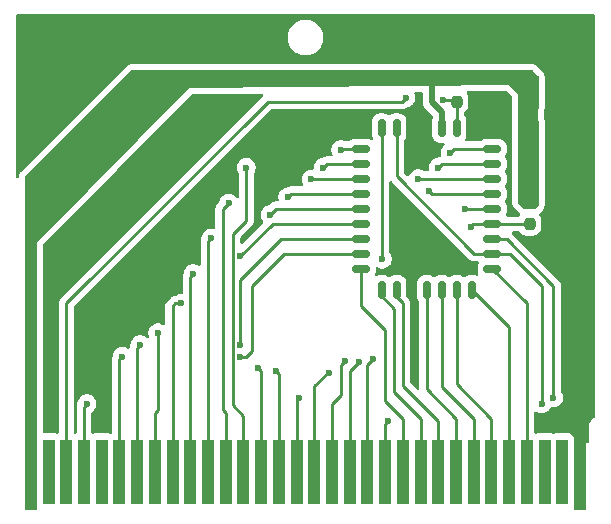
<source format=gbr>
%TF.GenerationSoftware,KiCad,Pcbnew,9.0.0*%
%TF.CreationDate,2025-05-20T18:18:11-06:00*%
%TF.ProjectId,GB_Card32k,47425f43-6172-4643-9332-6b2e6b696361,rev?*%
%TF.SameCoordinates,Original*%
%TF.FileFunction,Copper,L1,Top*%
%TF.FilePolarity,Positive*%
%FSLAX46Y46*%
G04 Gerber Fmt 4.6, Leading zero omitted, Abs format (unit mm)*
G04 Created by KiCad (PCBNEW 9.0.0) date 2025-05-20 18:18:11*
%MOMM*%
%LPD*%
G01*
G04 APERTURE LIST*
G04 Aperture macros list*
%AMRoundRect*
0 Rectangle with rounded corners*
0 $1 Rounding radius*
0 $2 $3 $4 $5 $6 $7 $8 $9 X,Y pos of 4 corners*
0 Add a 4 corners polygon primitive as box body*
4,1,4,$2,$3,$4,$5,$6,$7,$8,$9,$2,$3,0*
0 Add four circle primitives for the rounded corners*
1,1,$1+$1,$2,$3*
1,1,$1+$1,$4,$5*
1,1,$1+$1,$6,$7*
1,1,$1+$1,$8,$9*
0 Add four rect primitives between the rounded corners*
20,1,$1+$1,$2,$3,$4,$5,0*
20,1,$1+$1,$4,$5,$6,$7,0*
20,1,$1+$1,$6,$7,$8,$9,0*
20,1,$1+$1,$8,$9,$2,$3,0*%
G04 Aperture macros list end*
%TA.AperFunction,SMDPad,CuDef*%
%ADD10RoundRect,0.237500X-0.237500X0.250000X-0.237500X-0.250000X0.237500X-0.250000X0.237500X0.250000X0*%
%TD*%
%TA.AperFunction,SMDPad,CuDef*%
%ADD11RoundRect,0.150000X-0.150000X-0.587500X0.150000X-0.587500X0.150000X0.587500X-0.150000X0.587500X0*%
%TD*%
%TA.AperFunction,SMDPad,CuDef*%
%ADD12RoundRect,0.150000X-0.587500X-0.150000X0.587500X-0.150000X0.587500X0.150000X-0.587500X0.150000X0*%
%TD*%
%TA.AperFunction,SMDPad,CuDef*%
%ADD13R,1.000000X6.000000*%
%TD*%
%TA.AperFunction,SMDPad,CuDef*%
%ADD14R,1.000000X5.500000*%
%TD*%
%TA.AperFunction,SMDPad,CuDef*%
%ADD15RoundRect,0.237500X0.300000X0.237500X-0.300000X0.237500X-0.300000X-0.237500X0.300000X-0.237500X0*%
%TD*%
%TA.AperFunction,ViaPad*%
%ADD16C,0.600000*%
%TD*%
%TA.AperFunction,Conductor*%
%ADD17C,0.250000*%
%TD*%
%TA.AperFunction,Conductor*%
%ADD18C,0.500000*%
%TD*%
G04 APERTURE END LIST*
D10*
%TO.P,R2,2*%
%TO.N,RD*%
X163500000Y-104272500D03*
%TO.P,R2,1*%
%TO.N,VCC*%
X163500000Y-102447500D03*
%TD*%
D11*
%TO.P,U1,32,VCC*%
%TO.N,VCC*%
X156040000Y-96162500D03*
%TO.P,U1,31,PGM*%
%TO.N,WR*%
X157310000Y-96162500D03*
%TO.P,U1,30,NC*%
%TO.N,GND*%
X158580000Y-96162500D03*
D12*
%TO.P,U1,29,A14*%
%TO.N,A14*%
X160332500Y-97920000D03*
%TO.P,U1,28,A13*%
%TO.N,A13*%
X160332500Y-99190000D03*
%TO.P,U1,27,A8*%
%TO.N,A8*%
X160332500Y-100460000D03*
%TO.P,U1,26,A9*%
%TO.N,A9*%
X160332500Y-101730000D03*
%TO.P,U1,25,A11*%
%TO.N,A11*%
X160332500Y-103000000D03*
%TO.P,U1,24,OE*%
%TO.N,RD*%
X160332500Y-104270000D03*
%TO.P,U1,23,A10*%
%TO.N,A10*%
X160332500Y-105540000D03*
%TO.P,U1,22,CE*%
%TO.N,A15*%
X160332500Y-106810000D03*
%TO.P,U1,21,D7*%
%TO.N,D7*%
X160332500Y-108080000D03*
D11*
%TO.P,U1,20,D6*%
%TO.N,D6*%
X158580000Y-109837500D03*
%TO.P,U1,19,D5*%
%TO.N,D5*%
X157310000Y-109837500D03*
%TO.P,U1,18,D4*%
%TO.N,D4*%
X156040000Y-109837500D03*
%TO.P,U1,17,D3*%
%TO.N,D3*%
X154770000Y-109837500D03*
%TO.P,U1,16,GND*%
%TO.N,GND*%
X153500000Y-109837500D03*
%TO.P,U1,15,D2*%
%TO.N,D2*%
X152230000Y-109837500D03*
%TO.P,U1,14,D1*%
%TO.N,D1*%
X150960000Y-109837500D03*
D12*
%TO.P,U1,13,D0*%
%TO.N,D0*%
X149207500Y-108080000D03*
%TO.P,U1,12,A0*%
%TO.N,A0*%
X149207500Y-106810000D03*
%TO.P,U1,11,A1*%
%TO.N,A1*%
X149207500Y-105540000D03*
%TO.P,U1,10,A2*%
%TO.N,A2*%
X149207500Y-104270000D03*
%TO.P,U1,9,A3*%
%TO.N,A3*%
X149207500Y-103000000D03*
%TO.P,U1,8,A4*%
%TO.N,A4*%
X149207500Y-101730000D03*
%TO.P,U1,7,A5*%
%TO.N,A5*%
X149207500Y-100460000D03*
%TO.P,U1,6,A6*%
%TO.N,A6*%
X149207500Y-99190000D03*
%TO.P,U1,5,A7*%
%TO.N,A7*%
X149207500Y-97920000D03*
D11*
%TO.P,U1,4,A12*%
%TO.N,A12*%
X150960000Y-96162500D03*
%TO.P,U1,3,A15*%
%TO.N,A15*%
X152230000Y-96162500D03*
%TO.P,U1,2,A16*%
%TO.N,GND*%
X153500000Y-96162500D03*
%TO.P,U1,1,NC*%
X154770000Y-96162500D03*
%TD*%
D13*
%TO.P,J1,1,VCC*%
%TO.N,VCC*%
X121250000Y-125500000D03*
D14*
%TO.P,J1,2,CLK*%
%TO.N,unconnected-(J1-CLK-Pad2)*%
X122750000Y-125250000D03*
%TO.P,J1,3,~{WR}*%
%TO.N,WR*%
X124250000Y-125250000D03*
%TO.P,J1,4,~{RD}*%
%TO.N,RD*%
X125750000Y-125250000D03*
%TO.P,J1,5,~{CS}*%
%TO.N,unconnected-(J1-~{CS}-Pad5)*%
X127250000Y-125250000D03*
%TO.P,J1,6,A0*%
%TO.N,A0*%
X128750000Y-125250000D03*
%TO.P,J1,7,A1*%
%TO.N,A1*%
X130250000Y-125250000D03*
%TO.P,J1,8,A2*%
%TO.N,A2*%
X131750000Y-125250000D03*
%TO.P,J1,9,A3*%
%TO.N,A3*%
X133250000Y-125250000D03*
%TO.P,J1,10,A4*%
%TO.N,A4*%
X134750000Y-125250000D03*
%TO.P,J1,11,A5*%
%TO.N,A5*%
X136250000Y-125250000D03*
%TO.P,J1,12,A6*%
%TO.N,A6*%
X137750000Y-125250000D03*
%TO.P,J1,13,A7*%
%TO.N,A7*%
X139250000Y-125250000D03*
%TO.P,J1,14,A8*%
%TO.N,A8*%
X140750000Y-125250000D03*
%TO.P,J1,15,A9*%
%TO.N,A9*%
X142250000Y-125250000D03*
%TO.P,J1,16,A10*%
%TO.N,A10*%
X143750000Y-125250000D03*
%TO.P,J1,17,A11*%
%TO.N,A11*%
X145250000Y-125250000D03*
%TO.P,J1,18,A12*%
%TO.N,A12*%
X146750000Y-125250000D03*
%TO.P,J1,19,A13*%
%TO.N,A13*%
X148250000Y-125250000D03*
%TO.P,J1,20,A14*%
%TO.N,A14*%
X149750000Y-125250000D03*
%TO.P,J1,21,A15*%
%TO.N,A15*%
X151250000Y-125250000D03*
%TO.P,J1,22,D0*%
%TO.N,D0*%
X152750000Y-125250000D03*
%TO.P,J1,23,D1*%
%TO.N,D1*%
X154250000Y-125250000D03*
%TO.P,J1,24,D2*%
%TO.N,D2*%
X155750000Y-125250000D03*
%TO.P,J1,25,D3*%
%TO.N,D3*%
X157250000Y-125250000D03*
%TO.P,J1,26,D4*%
%TO.N,D4*%
X158750000Y-125250000D03*
%TO.P,J1,27,D5*%
%TO.N,D5*%
X160250000Y-125250000D03*
%TO.P,J1,28,D6*%
%TO.N,D6*%
X161750000Y-125250000D03*
%TO.P,J1,29,D7*%
%TO.N,D7*%
X163250000Y-125250000D03*
%TO.P,J1,30,RST*%
%TO.N,unconnected-(J1-RST-Pad30)*%
X164750000Y-125250000D03*
%TO.P,J1,31,AIN*%
%TO.N,unconnected-(J1-AIN-Pad31)*%
X166250000Y-125250000D03*
D13*
%TO.P,J1,32,VSS*%
%TO.N,GND*%
X167750000Y-125500000D03*
%TD*%
D10*
%TO.P,R1,1*%
%TO.N,VCC*%
X157320000Y-92087500D03*
%TO.P,R1,2*%
%TO.N,WR*%
X157320000Y-93912500D03*
%TD*%
D15*
%TO.P,C1,1*%
%TO.N,GND*%
X165225000Y-95000000D03*
%TO.P,C1,2*%
%TO.N,VCC*%
X163500000Y-95000000D03*
%TD*%
D16*
%TO.N,GND*%
X167750000Y-118500000D03*
X167750000Y-120500000D03*
%TO.N,WR*%
X156150000Y-93750000D03*
X153000000Y-93600000D03*
%TO.N,GND*%
X153750000Y-88500000D03*
X135750000Y-88500000D03*
X129000000Y-90250000D03*
X124500000Y-94250000D03*
X167750000Y-103750000D03*
X167750000Y-105750000D03*
X167750000Y-107750000D03*
X161250000Y-96500000D03*
X160000000Y-94000000D03*
X159250000Y-94000000D03*
X158500000Y-94000000D03*
X160000000Y-94750000D03*
X159250000Y-94750000D03*
X158500000Y-94750000D03*
X167500000Y-96000000D03*
X167500000Y-95000000D03*
X167500000Y-94000000D03*
X166500000Y-96000000D03*
X166500000Y-94000000D03*
X166500000Y-95000000D03*
X166250000Y-121000000D03*
X164750000Y-121000000D03*
X167750000Y-119500000D03*
X168500000Y-87000000D03*
X120500000Y-98000000D03*
X120750000Y-87250000D03*
X135500000Y-95750000D03*
X129800000Y-101800000D03*
X128000000Y-103500000D03*
X123750000Y-107500000D03*
X123000000Y-113000000D03*
X123000000Y-119750000D03*
X134500000Y-106750000D03*
X130500000Y-112500000D03*
X125750000Y-116000000D03*
X125750000Y-111000000D03*
X130500000Y-106250000D03*
X134500000Y-102250000D03*
X144000000Y-95000000D03*
X144000000Y-96750000D03*
X146000000Y-96750000D03*
X142000000Y-96750000D03*
X142000000Y-95000000D03*
X146000000Y-95000000D03*
X154400000Y-94750000D03*
X153500000Y-94750000D03*
X154750000Y-98250000D03*
X153500000Y-98250000D03*
X154750000Y-97500000D03*
X153500000Y-97500000D03*
X154750000Y-104250000D03*
X153750000Y-103500000D03*
X153750000Y-116250000D03*
X153750000Y-117500000D03*
X154250000Y-107500000D03*
X153500000Y-107500000D03*
X152750000Y-107500000D03*
X154250000Y-108250000D03*
X152750000Y-108250000D03*
X153500000Y-108250000D03*
%TO.N,A14*%
X150250000Y-115750000D03*
X156750000Y-98250000D03*
%TO.N,A13*%
X149000000Y-116000000D03*
X155750000Y-99500000D03*
%TO.N,A12*%
X147875000Y-115875000D03*
X151000000Y-107250000D03*
%TO.N,A9*%
X142000000Y-116750000D03*
X155000000Y-101500000D03*
%TO.N,A8*%
X140500000Y-116500000D03*
%TO.N,A0*%
X139000000Y-115500000D03*
%TO.N,A8*%
X154040000Y-100460000D03*
%TO.N,A11*%
X146500000Y-116875000D03*
X158000000Y-103000000D03*
%TO.N,RD*%
X158500000Y-104500000D03*
X126000000Y-119500000D03*
%TO.N,A10*%
X144000000Y-119000000D03*
X165500000Y-119000000D03*
%TO.N,A15*%
X151500000Y-121000000D03*
X164500000Y-119500000D03*
%TO.N,A7*%
X139500000Y-99500000D03*
%TO.N,A6*%
X138000000Y-102500000D03*
%TO.N,A5*%
X136500000Y-105500000D03*
%TO.N,A4*%
X135000000Y-108500000D03*
%TO.N,A3*%
X134000000Y-111000000D03*
%TO.N,A2*%
X132000000Y-113500000D03*
%TO.N,A1*%
X130500000Y-114500000D03*
%TO.N,A0*%
X129000000Y-115500000D03*
%TO.N,A7*%
X147500000Y-98000000D03*
%TO.N,A6*%
X146000000Y-99500000D03*
%TO.N,A5*%
X145000000Y-100500000D03*
%TO.N,A4*%
X143000000Y-102000000D03*
%TO.N,A3*%
X141500000Y-103500000D03*
%TO.N,A2*%
X139000000Y-107000000D03*
%TO.N,A1*%
X139000000Y-114500000D03*
%TO.N,GND*%
X161250000Y-95500000D03*
%TD*%
D17*
%TO.N,WR*%
X153000000Y-93600000D02*
X152687500Y-93912500D01*
X152687500Y-93912500D02*
X141337500Y-93912500D01*
X141337500Y-93912500D02*
X124250000Y-111000000D01*
X124250000Y-111000000D02*
X124250000Y-125250000D01*
X156150000Y-93750000D02*
X157157500Y-93750000D01*
X157157500Y-93750000D02*
X157320000Y-93912500D01*
D18*
%TO.N,VCC*%
X156040000Y-96162500D02*
X156040000Y-94820625D01*
X156040000Y-94820625D02*
X155200000Y-93980625D01*
X155200000Y-93980625D02*
X155200000Y-92000000D01*
D17*
%TO.N,A14*%
X150250000Y-115750000D02*
X149750000Y-116250000D01*
X160332500Y-97920000D02*
X157080000Y-97920000D01*
X157080000Y-97920000D02*
X156750000Y-98250000D01*
X149750000Y-116250000D02*
X149750000Y-125250000D01*
%TO.N,A13*%
X155750000Y-99500000D02*
X156060000Y-99190000D01*
X156060000Y-99190000D02*
X160332500Y-99190000D01*
%TO.N,D0*%
X149207500Y-108080000D02*
X149207500Y-111207500D01*
X149207500Y-111207500D02*
X151250000Y-113250000D01*
X152750000Y-120750000D02*
X152750000Y-125250000D01*
X151250000Y-113250000D02*
X151250000Y-119250000D01*
X151250000Y-119250000D02*
X152750000Y-120750000D01*
%TO.N,D1*%
X150960000Y-109837500D02*
X150960000Y-110398750D01*
X152000000Y-118500000D02*
X154250000Y-120750000D01*
X150960000Y-110398750D02*
X152000000Y-111438750D01*
X152000000Y-111438750D02*
X152000000Y-118500000D01*
X154250000Y-120750000D02*
X154250000Y-125250000D01*
%TO.N,D2*%
X152230000Y-109837500D02*
X152230000Y-110480000D01*
X152230000Y-110480000D02*
X152750000Y-111000000D01*
X152750000Y-111000000D02*
X152750000Y-117973211D01*
X152750000Y-117973211D02*
X155750000Y-120973211D01*
X155750000Y-120973211D02*
X155750000Y-125250000D01*
%TO.N,A13*%
X149000000Y-116000000D02*
X148250000Y-116750000D01*
X148250000Y-116750000D02*
X148250000Y-125250000D01*
%TO.N,A12*%
X147875000Y-115875000D02*
X147500000Y-116250000D01*
X147500000Y-116250000D02*
X147500000Y-118750000D01*
X147500000Y-118750000D02*
X146750000Y-119500000D01*
X146750000Y-119500000D02*
X146750000Y-125250000D01*
%TO.N,A11*%
X146500000Y-116875000D02*
X146375000Y-116875000D01*
X146375000Y-116875000D02*
X145250000Y-118000000D01*
X145250000Y-118000000D02*
X145250000Y-125250000D01*
%TO.N,WR*%
X157310000Y-96162500D02*
X157310000Y-93922500D01*
X157310000Y-93922500D02*
X157320000Y-93912500D01*
%TO.N,A12*%
X150960000Y-107210000D02*
X151000000Y-107250000D01*
X150960000Y-96162500D02*
X150960000Y-107210000D01*
%TO.N,A9*%
X142000000Y-116750000D02*
X142250000Y-117000000D01*
X142250000Y-117000000D02*
X142250000Y-125250000D01*
X155230000Y-101730000D02*
X155000000Y-101500000D01*
X160332500Y-101730000D02*
X155230000Y-101730000D01*
%TO.N,A0*%
X139000000Y-115500000D02*
X139500000Y-115500000D01*
X139500000Y-115500000D02*
X140000000Y-115000000D01*
X140000000Y-115000000D02*
X140000000Y-109500000D01*
X140000000Y-109500000D02*
X142690000Y-106810000D01*
X142690000Y-106810000D02*
X149207500Y-106810000D01*
%TO.N,A8*%
X140500000Y-116500000D02*
X140750000Y-116750000D01*
X140750000Y-116750000D02*
X140750000Y-125250000D01*
%TO.N,A7*%
X139500000Y-99500000D02*
X139500000Y-104000000D01*
X139500000Y-104000000D02*
X138374000Y-105126000D01*
X138374000Y-105126000D02*
X138374000Y-119624000D01*
X138374000Y-119624000D02*
X139250000Y-120500000D01*
X139250000Y-120500000D02*
X139250000Y-125250000D01*
%TO.N,A6*%
X138000000Y-102500000D02*
X137500000Y-103000000D01*
X137500000Y-103000000D02*
X137500000Y-120000000D01*
X137500000Y-120000000D02*
X137750000Y-120250000D01*
X137750000Y-120250000D02*
X137750000Y-125250000D01*
%TO.N,A8*%
X160332500Y-100460000D02*
X154040000Y-100460000D01*
X154000000Y-100500000D02*
X154040000Y-100460000D01*
%TO.N,A11*%
X160332500Y-103000000D02*
X158000000Y-103000000D01*
%TO.N,A10*%
X165500000Y-119000000D02*
X165500000Y-109500000D01*
X165500000Y-109500000D02*
X161540000Y-105540000D01*
X161540000Y-105540000D02*
X160332500Y-105540000D01*
%TO.N,RD*%
X158730000Y-104270000D02*
X158500000Y-104500000D01*
X126000000Y-119500000D02*
X125750000Y-119750000D01*
X160332500Y-104270000D02*
X158730000Y-104270000D01*
X125750000Y-119750000D02*
X125750000Y-125250000D01*
X163500000Y-104272500D02*
X160335000Y-104272500D01*
X160335000Y-104272500D02*
X160332500Y-104270000D01*
%TO.N,A15*%
X152230000Y-96162500D02*
X152230000Y-100230000D01*
X152230000Y-100230000D02*
X158810000Y-106810000D01*
X158810000Y-106810000D02*
X160332500Y-106810000D01*
%TO.N,A10*%
X144000000Y-119000000D02*
X143750000Y-119250000D01*
X143750000Y-119250000D02*
X143750000Y-125250000D01*
%TO.N,A15*%
X161810000Y-106810000D02*
X164500000Y-109500000D01*
X160332500Y-106810000D02*
X161810000Y-106810000D01*
X164500000Y-109500000D02*
X164500000Y-119500000D01*
X151500000Y-121000000D02*
X151250000Y-121250000D01*
X151250000Y-121250000D02*
X151250000Y-125250000D01*
%TO.N,A2*%
X132000000Y-113500000D02*
X132000000Y-120000000D01*
X132000000Y-120000000D02*
X131750000Y-120250000D01*
X131750000Y-120250000D02*
X131750000Y-125250000D01*
%TO.N,A5*%
X136500000Y-105500000D02*
X136250000Y-105750000D01*
X136250000Y-105750000D02*
X136250000Y-125250000D01*
%TO.N,A4*%
X135000000Y-108500000D02*
X134750000Y-108750000D01*
X134750000Y-108750000D02*
X134750000Y-125250000D01*
%TO.N,A1*%
X130500000Y-114500000D02*
X130250000Y-114750000D01*
X130250000Y-114750000D02*
X130250000Y-125250000D01*
%TO.N,A0*%
X128750000Y-115750000D02*
X128750000Y-125250000D01*
X129000000Y-115500000D02*
X128750000Y-115750000D01*
%TO.N,A7*%
X147580000Y-97920000D02*
X147500000Y-98000000D01*
X149207500Y-97920000D02*
X147580000Y-97920000D01*
%TO.N,A6*%
X146310000Y-99190000D02*
X146000000Y-99500000D01*
X149207500Y-99190000D02*
X146310000Y-99190000D01*
%TO.N,A5*%
X145040000Y-100460000D02*
X145000000Y-100500000D01*
X149207500Y-100460000D02*
X145040000Y-100460000D01*
%TO.N,A4*%
X143270000Y-101730000D02*
X143000000Y-102000000D01*
X149207500Y-101730000D02*
X143270000Y-101730000D01*
%TO.N,A3*%
X142000000Y-103000000D02*
X141500000Y-103500000D01*
X149207500Y-103000000D02*
X142000000Y-103000000D01*
%TO.N,A2*%
X141730000Y-104270000D02*
X139000000Y-107000000D01*
X149207500Y-104270000D02*
X141730000Y-104270000D01*
%TO.N,A1*%
X139000000Y-109000000D02*
X139000000Y-114500000D01*
X149207500Y-105540000D02*
X142460000Y-105540000D01*
X142460000Y-105540000D02*
X139000000Y-109000000D01*
%TO.N,D3*%
X154770000Y-109837500D02*
X154770000Y-118270000D01*
X154770000Y-118270000D02*
X157250000Y-120750000D01*
X157250000Y-120750000D02*
X157250000Y-125250000D01*
%TO.N,D4*%
X156040000Y-109837500D02*
X156040000Y-118040000D01*
X156040000Y-118040000D02*
X158750000Y-120750000D01*
X158750000Y-120750000D02*
X158750000Y-125250000D01*
%TO.N,D5*%
X157310000Y-109837500D02*
X157310000Y-117810000D01*
X157310000Y-117810000D02*
X160250000Y-120750000D01*
X160250000Y-120750000D02*
X160250000Y-125250000D01*
%TO.N,D7*%
X160332500Y-108080000D02*
X163250000Y-110997500D01*
X163250000Y-110997500D02*
X163250000Y-125250000D01*
%TO.N,D6*%
X158580000Y-109837500D02*
X161750000Y-113007500D01*
X161750000Y-113007500D02*
X161750000Y-125250000D01*
%TO.N,A3*%
X134000000Y-111000000D02*
X133500000Y-111000000D01*
X133250000Y-111250000D02*
X133250000Y-125250000D01*
X133500000Y-111000000D02*
X133250000Y-111250000D01*
%TD*%
%TA.AperFunction,Conductor*%
%TO.N,VCC*%
G36*
X163765677Y-91269685D02*
G01*
X163786319Y-91286319D01*
X164213681Y-91713681D01*
X164247166Y-91775004D01*
X164250000Y-91801362D01*
X164250000Y-94433278D01*
X164243706Y-94472282D01*
X164197326Y-94612247D01*
X164197325Y-94612248D01*
X164187000Y-94713315D01*
X164187000Y-95286669D01*
X164187001Y-95286687D01*
X164197325Y-95387752D01*
X164197326Y-95387755D01*
X164221639Y-95461124D01*
X164241061Y-95519737D01*
X164243706Y-95527717D01*
X164250000Y-95566721D01*
X164250000Y-102698638D01*
X164230315Y-102765677D01*
X164213681Y-102786319D01*
X164036319Y-102963681D01*
X163974996Y-102997166D01*
X163948638Y-103000000D01*
X163051362Y-103000000D01*
X162984323Y-102980315D01*
X162963681Y-102963681D01*
X162536319Y-102536319D01*
X162502834Y-102474996D01*
X162500000Y-102448638D01*
X162500000Y-93250000D01*
X161750000Y-92500000D01*
X161749999Y-92500000D01*
X134648310Y-92807974D01*
X134648309Y-92807974D01*
X121750000Y-105885427D01*
X121750000Y-122440826D01*
X121749572Y-122448798D01*
X121749678Y-122448804D01*
X121749500Y-122452128D01*
X121749500Y-128047863D01*
X121749679Y-128051180D01*
X121749572Y-128051185D01*
X121750000Y-128059156D01*
X121750000Y-128375500D01*
X121730315Y-128442539D01*
X121677511Y-128488294D01*
X121626000Y-128499500D01*
X120874000Y-128499500D01*
X120806961Y-128479815D01*
X120761206Y-128427011D01*
X120750000Y-128375500D01*
X120750000Y-100301362D01*
X120769685Y-100234323D01*
X120786319Y-100213681D01*
X129713681Y-91286319D01*
X129775004Y-91252834D01*
X129801362Y-91250000D01*
X163698638Y-91250000D01*
X163765677Y-91269685D01*
G37*
%TD.AperFunction*%
%TD*%
%TA.AperFunction,Conductor*%
%TO.N,GND*%
G36*
X168942539Y-86520185D02*
G01*
X168988294Y-86572989D01*
X168999500Y-86624500D01*
X168999500Y-120562094D01*
X168979815Y-120629133D01*
X168937501Y-120669481D01*
X168923945Y-120677307D01*
X168923944Y-120677308D01*
X168789836Y-120789836D01*
X168677309Y-120923942D01*
X168589775Y-121075553D01*
X168529898Y-121240062D01*
X168499500Y-121412465D01*
X168499500Y-122676000D01*
X168479815Y-122743039D01*
X168427011Y-122788794D01*
X168375500Y-122800000D01*
X167374499Y-122800000D01*
X167307460Y-122780315D01*
X167261705Y-122727511D01*
X167250499Y-122676000D01*
X167250499Y-122452129D01*
X167250498Y-122452123D01*
X167244091Y-122392516D01*
X167193797Y-122257671D01*
X167193793Y-122257664D01*
X167107547Y-122142455D01*
X167107544Y-122142452D01*
X166992335Y-122056206D01*
X166992328Y-122056202D01*
X166857482Y-122005908D01*
X166857483Y-122005908D01*
X166797883Y-121999501D01*
X166797881Y-121999500D01*
X166797873Y-121999500D01*
X166797864Y-121999500D01*
X165702129Y-121999500D01*
X165702123Y-121999501D01*
X165642515Y-122005909D01*
X165543332Y-122042901D01*
X165473640Y-122047885D01*
X165456668Y-122042901D01*
X165357485Y-122005909D01*
X165357483Y-122005908D01*
X165297883Y-121999501D01*
X165297881Y-121999500D01*
X165297873Y-121999500D01*
X165297864Y-121999500D01*
X164202129Y-121999500D01*
X164202123Y-121999501D01*
X164142514Y-122005909D01*
X164043331Y-122042901D01*
X164016987Y-122044784D01*
X163991178Y-122050405D01*
X163978110Y-122047565D01*
X163973639Y-122047885D01*
X163956689Y-122042910D01*
X163956190Y-122042724D01*
X163900248Y-122000864D01*
X163875818Y-121935405D01*
X163875500Y-121926533D01*
X163875500Y-120277463D01*
X163895185Y-120210424D01*
X163947989Y-120164669D01*
X164017147Y-120154725D01*
X164068392Y-120174362D01*
X164120812Y-120209389D01*
X164120827Y-120209397D01*
X164266498Y-120269735D01*
X164266503Y-120269737D01*
X164399973Y-120296286D01*
X164421153Y-120300499D01*
X164421156Y-120300500D01*
X164421158Y-120300500D01*
X164578844Y-120300500D01*
X164578845Y-120300499D01*
X164733497Y-120269737D01*
X164875502Y-120210917D01*
X164879172Y-120209397D01*
X164879172Y-120209396D01*
X164879179Y-120209394D01*
X165010289Y-120121789D01*
X165121789Y-120010289D01*
X165209394Y-119879179D01*
X165216677Y-119861593D01*
X165260514Y-119807190D01*
X165326807Y-119785122D01*
X165355431Y-119787426D01*
X165421155Y-119800500D01*
X165421158Y-119800500D01*
X165578844Y-119800500D01*
X165578845Y-119800499D01*
X165733497Y-119769737D01*
X165879179Y-119709394D01*
X166010289Y-119621789D01*
X166121789Y-119510289D01*
X166209394Y-119379179D01*
X166269737Y-119233497D01*
X166300500Y-119078842D01*
X166300500Y-118921158D01*
X166300500Y-118921155D01*
X166300499Y-118921153D01*
X166274531Y-118790606D01*
X166269737Y-118766503D01*
X166269735Y-118766498D01*
X166209397Y-118620828D01*
X166209396Y-118620827D01*
X166209394Y-118620821D01*
X166146397Y-118526539D01*
X166125520Y-118459863D01*
X166125500Y-118457650D01*
X166125500Y-109567741D01*
X166125501Y-109567720D01*
X166125501Y-109438391D01*
X166101464Y-109317555D01*
X166101463Y-109317549D01*
X166054312Y-109203715D01*
X165985858Y-109101267D01*
X165985855Y-109101263D01*
X162032928Y-105148338D01*
X162032927Y-105148337D01*
X162025858Y-105141268D01*
X162025858Y-105141267D01*
X161994271Y-105109680D01*
X161960786Y-105048357D01*
X161963457Y-105011019D01*
X161965771Y-104978666D01*
X162007643Y-104922733D01*
X162007643Y-104922732D01*
X162007644Y-104922732D01*
X162037540Y-104911581D01*
X162073107Y-104898316D01*
X162081953Y-104898000D01*
X162557809Y-104898000D01*
X162624848Y-104917685D01*
X162663348Y-104956904D01*
X162679660Y-104983350D01*
X162801650Y-105105340D01*
X162948484Y-105195908D01*
X163112247Y-105250174D01*
X163213323Y-105260500D01*
X163786676Y-105260499D01*
X163786684Y-105260498D01*
X163786687Y-105260498D01*
X163842030Y-105254844D01*
X163887753Y-105250174D01*
X164051516Y-105195908D01*
X164198350Y-105105340D01*
X164320340Y-104983350D01*
X164410908Y-104836516D01*
X164465174Y-104672753D01*
X164475500Y-104571677D01*
X164475499Y-103973324D01*
X164465174Y-103872247D01*
X164410908Y-103708484D01*
X164320340Y-103561650D01*
X164315407Y-103556717D01*
X164281922Y-103495394D01*
X164286906Y-103425702D01*
X164328778Y-103369769D01*
X164393753Y-103321129D01*
X164393753Y-103321128D01*
X164393761Y-103321123D01*
X164571123Y-103143761D01*
X164607288Y-103103500D01*
X164623922Y-103082858D01*
X164655567Y-103038974D01*
X164715338Y-102908097D01*
X164735023Y-102841058D01*
X164735024Y-102841054D01*
X164755500Y-102698638D01*
X164755500Y-95566721D01*
X164755500Y-95566711D01*
X164749045Y-95486207D01*
X164749044Y-95486191D01*
X164742750Y-95447187D01*
X164723546Y-95368710D01*
X164698851Y-95294191D01*
X164693184Y-95267623D01*
X164693123Y-95267029D01*
X164692500Y-95254608D01*
X164692500Y-94745386D01*
X164693120Y-94733005D01*
X164693137Y-94732828D01*
X164693179Y-94732420D01*
X164698849Y-94705818D01*
X164723547Y-94631288D01*
X164723547Y-94631284D01*
X164723550Y-94631278D01*
X164742747Y-94552824D01*
X164742750Y-94552812D01*
X164749044Y-94513808D01*
X164751205Y-94486851D01*
X164755500Y-94433287D01*
X164755500Y-91801359D01*
X164752602Y-91747311D01*
X164752602Y-91747310D01*
X164749770Y-91720977D01*
X164749767Y-91720950D01*
X164741114Y-91667554D01*
X164741114Y-91667552D01*
X164690833Y-91532747D01*
X164690832Y-91532743D01*
X164657347Y-91471420D01*
X164571123Y-91356239D01*
X164571118Y-91356234D01*
X164571113Y-91356228D01*
X164143776Y-90928892D01*
X164143770Y-90928886D01*
X164143761Y-90928877D01*
X164143737Y-90928855D01*
X164103519Y-90892728D01*
X164103507Y-90892718D01*
X164082856Y-90876076D01*
X164038974Y-90844433D01*
X163908100Y-90784663D01*
X163841055Y-90764976D01*
X163793582Y-90758150D01*
X163698638Y-90744500D01*
X129801362Y-90744500D01*
X129801360Y-90744500D01*
X129747311Y-90747397D01*
X129747310Y-90747397D01*
X129720977Y-90750229D01*
X129720950Y-90750232D01*
X129667554Y-90758885D01*
X129667552Y-90758885D01*
X129532747Y-90809166D01*
X129471422Y-90842651D01*
X129356240Y-90928876D01*
X129356228Y-90928886D01*
X120428892Y-99856223D01*
X120428855Y-99856262D01*
X120392728Y-99896480D01*
X120392718Y-99896492D01*
X120376076Y-99917143D01*
X120344433Y-99961025D01*
X120284663Y-100091899D01*
X120264976Y-100158944D01*
X120247238Y-100282320D01*
X120218213Y-100345875D01*
X120159435Y-100383650D01*
X120089566Y-100383650D01*
X120030787Y-100345876D01*
X120001762Y-100282320D01*
X120000500Y-100264673D01*
X120000500Y-88381902D01*
X142999500Y-88381902D01*
X142999500Y-88618097D01*
X143036446Y-88851368D01*
X143109433Y-89075996D01*
X143216657Y-89286433D01*
X143355483Y-89477510D01*
X143522490Y-89644517D01*
X143713567Y-89783343D01*
X143812991Y-89834002D01*
X143924003Y-89890566D01*
X143924005Y-89890566D01*
X143924008Y-89890568D01*
X144044412Y-89929689D01*
X144148631Y-89963553D01*
X144381903Y-90000500D01*
X144381908Y-90000500D01*
X144618097Y-90000500D01*
X144851368Y-89963553D01*
X145075992Y-89890568D01*
X145286433Y-89783343D01*
X145477510Y-89644517D01*
X145644517Y-89477510D01*
X145783343Y-89286433D01*
X145890568Y-89075992D01*
X145963553Y-88851368D01*
X145988929Y-88691150D01*
X146000500Y-88618097D01*
X146000500Y-88381902D01*
X145963553Y-88148631D01*
X145890566Y-87924003D01*
X145783342Y-87713566D01*
X145644517Y-87522490D01*
X145477510Y-87355483D01*
X145286433Y-87216657D01*
X145075996Y-87109433D01*
X144851368Y-87036446D01*
X144618097Y-86999500D01*
X144618092Y-86999500D01*
X144381908Y-86999500D01*
X144381903Y-86999500D01*
X144148631Y-87036446D01*
X143924003Y-87109433D01*
X143713566Y-87216657D01*
X143604550Y-87295862D01*
X143522490Y-87355483D01*
X143522488Y-87355485D01*
X143522487Y-87355485D01*
X143355485Y-87522487D01*
X143355485Y-87522488D01*
X143355483Y-87522490D01*
X143295862Y-87604550D01*
X143216657Y-87713566D01*
X143109433Y-87924003D01*
X143036446Y-88148631D01*
X142999500Y-88381902D01*
X120000500Y-88381902D01*
X120000500Y-86624500D01*
X120020185Y-86557461D01*
X120072989Y-86511706D01*
X120124500Y-86500500D01*
X168875500Y-86500500D01*
X168942539Y-86520185D01*
G37*
%TD.AperFunction*%
%TA.AperFunction,Conductor*%
G36*
X154391350Y-93108837D02*
G01*
X154437702Y-93161118D01*
X154449500Y-93213908D01*
X154449500Y-94054543D01*
X154449500Y-94054545D01*
X154449499Y-94054545D01*
X154478340Y-94199532D01*
X154478343Y-94199542D01*
X154534914Y-94336117D01*
X154534915Y-94336119D01*
X154534916Y-94336120D01*
X154557377Y-94369736D01*
X154567812Y-94385352D01*
X154567813Y-94385355D01*
X154617046Y-94459039D01*
X154617052Y-94459046D01*
X155253181Y-95095173D01*
X155267884Y-95122100D01*
X155284477Y-95147919D01*
X155285368Y-95154119D01*
X155286666Y-95156496D01*
X155289500Y-95182854D01*
X155289500Y-95292670D01*
X155284576Y-95327265D01*
X155242402Y-95472426D01*
X155242401Y-95472432D01*
X155239500Y-95509298D01*
X155239500Y-96815701D01*
X155242401Y-96852567D01*
X155242402Y-96852573D01*
X155288254Y-97010393D01*
X155288255Y-97010396D01*
X155288256Y-97010398D01*
X155371918Y-97151864D01*
X155371923Y-97151870D01*
X155488129Y-97268076D01*
X155488133Y-97268079D01*
X155488135Y-97268081D01*
X155629602Y-97351744D01*
X155671224Y-97363836D01*
X155787426Y-97397597D01*
X155787429Y-97397597D01*
X155787431Y-97397598D01*
X155824306Y-97400500D01*
X155824314Y-97400500D01*
X156171731Y-97400500D01*
X156238770Y-97420185D01*
X156284525Y-97472989D01*
X156294469Y-97542147D01*
X156265444Y-97605703D01*
X156244373Y-97624292D01*
X156244419Y-97624347D01*
X156242880Y-97625609D01*
X156240621Y-97627603D01*
X156239708Y-97628212D01*
X156128213Y-97739707D01*
X156128210Y-97739711D01*
X156040609Y-97870814D01*
X156040602Y-97870827D01*
X155980264Y-98016498D01*
X155980261Y-98016510D01*
X155949500Y-98171153D01*
X155949500Y-98328846D01*
X155972260Y-98443268D01*
X155966033Y-98512859D01*
X155923170Y-98568037D01*
X155883000Y-98585525D01*
X155883378Y-98586769D01*
X155877545Y-98588538D01*
X155763713Y-98635689D01*
X155687471Y-98686631D01*
X155642774Y-98705145D01*
X155516508Y-98730261D01*
X155516498Y-98730264D01*
X155370827Y-98790602D01*
X155370814Y-98790609D01*
X155239711Y-98878210D01*
X155239707Y-98878213D01*
X155128213Y-98989707D01*
X155128210Y-98989711D01*
X155040609Y-99120814D01*
X155040602Y-99120827D01*
X154980264Y-99266498D01*
X154980261Y-99266510D01*
X154949500Y-99421153D01*
X154949500Y-99578846D01*
X154970876Y-99686309D01*
X154964649Y-99755900D01*
X154921786Y-99811078D01*
X154855896Y-99834322D01*
X154849259Y-99834500D01*
X154582350Y-99834500D01*
X154515311Y-99814815D01*
X154513459Y-99813602D01*
X154419184Y-99750609D01*
X154419172Y-99750602D01*
X154273501Y-99690264D01*
X154273489Y-99690261D01*
X154118845Y-99659500D01*
X154118842Y-99659500D01*
X153961158Y-99659500D01*
X153961155Y-99659500D01*
X153806510Y-99690261D01*
X153806498Y-99690264D01*
X153660827Y-99750602D01*
X153660814Y-99750609D01*
X153529711Y-99838210D01*
X153529707Y-99838213D01*
X153418213Y-99949707D01*
X153418210Y-99949711D01*
X153330609Y-100080814D01*
X153330606Y-100080820D01*
X153294660Y-100167601D01*
X153250818Y-100222004D01*
X153184524Y-100244068D01*
X153116825Y-100226788D01*
X153092418Y-100207828D01*
X152891819Y-100007229D01*
X152858334Y-99945906D01*
X152855500Y-99919548D01*
X152855500Y-97245808D01*
X152875185Y-97178769D01*
X152891817Y-97158128D01*
X152898081Y-97151865D01*
X152981744Y-97010398D01*
X153027598Y-96852569D01*
X153030500Y-96815694D01*
X153030500Y-95509306D01*
X153027598Y-95472431D01*
X153020264Y-95447188D01*
X152981745Y-95314606D01*
X152981744Y-95314603D01*
X152981744Y-95314602D01*
X152898081Y-95173135D01*
X152898079Y-95173133D01*
X152898076Y-95173129D01*
X152781870Y-95056923D01*
X152781862Y-95056917D01*
X152640396Y-94973255D01*
X152640393Y-94973254D01*
X152482573Y-94927402D01*
X152482567Y-94927401D01*
X152445701Y-94924500D01*
X152445694Y-94924500D01*
X152014306Y-94924500D01*
X152014298Y-94924500D01*
X151977432Y-94927401D01*
X151977426Y-94927402D01*
X151819606Y-94973254D01*
X151819603Y-94973255D01*
X151678137Y-95056917D01*
X151671969Y-95061702D01*
X151670072Y-95059256D01*
X151621358Y-95085857D01*
X151551666Y-95080873D01*
X151519296Y-95060069D01*
X151518031Y-95061702D01*
X151511862Y-95056917D01*
X151370396Y-94973255D01*
X151370393Y-94973254D01*
X151212573Y-94927402D01*
X151212567Y-94927401D01*
X151175701Y-94924500D01*
X151175694Y-94924500D01*
X150744306Y-94924500D01*
X150744298Y-94924500D01*
X150707432Y-94927401D01*
X150707426Y-94927402D01*
X150549606Y-94973254D01*
X150549603Y-94973255D01*
X150408137Y-95056917D01*
X150408129Y-95056923D01*
X150291923Y-95173129D01*
X150291917Y-95173137D01*
X150208255Y-95314603D01*
X150208254Y-95314606D01*
X150162402Y-95472426D01*
X150162401Y-95472432D01*
X150159500Y-95509298D01*
X150159500Y-96815701D01*
X150162401Y-96852565D01*
X150209509Y-97014712D01*
X150209309Y-97084582D01*
X150171367Y-97143252D01*
X150107728Y-97172095D01*
X150055837Y-97168383D01*
X149897573Y-97122402D01*
X149897567Y-97122401D01*
X149860701Y-97119500D01*
X149860694Y-97119500D01*
X148554306Y-97119500D01*
X148554298Y-97119500D01*
X148517432Y-97122401D01*
X148517426Y-97122402D01*
X148359606Y-97168254D01*
X148359603Y-97168255D01*
X148218137Y-97251917D01*
X148218129Y-97251923D01*
X148211872Y-97258181D01*
X148184944Y-97272884D01*
X148159126Y-97289477D01*
X148152925Y-97290368D01*
X148150549Y-97291666D01*
X148124191Y-97294500D01*
X147913245Y-97294500D01*
X147865793Y-97285061D01*
X147733501Y-97230264D01*
X147733489Y-97230261D01*
X147578845Y-97199500D01*
X147578842Y-97199500D01*
X147421158Y-97199500D01*
X147421155Y-97199500D01*
X147266510Y-97230261D01*
X147266498Y-97230264D01*
X147120827Y-97290602D01*
X147120814Y-97290609D01*
X146989711Y-97378210D01*
X146989707Y-97378213D01*
X146878213Y-97489707D01*
X146878210Y-97489711D01*
X146790609Y-97620814D01*
X146790602Y-97620827D01*
X146730264Y-97766498D01*
X146730261Y-97766510D01*
X146699500Y-97921153D01*
X146699500Y-98078846D01*
X146730261Y-98233489D01*
X146730264Y-98233501D01*
X146790606Y-98379182D01*
X146792140Y-98382051D01*
X146792488Y-98383725D01*
X146792937Y-98384808D01*
X146792731Y-98384893D01*
X146806380Y-98450454D01*
X146781377Y-98515697D01*
X146725071Y-98557065D01*
X146682780Y-98564500D01*
X146371607Y-98564500D01*
X146248393Y-98564500D01*
X146188240Y-98576465D01*
X146188239Y-98576464D01*
X146127555Y-98588535D01*
X146127545Y-98588538D01*
X146013713Y-98635689D01*
X145937471Y-98686631D01*
X145892774Y-98705145D01*
X145766508Y-98730261D01*
X145766498Y-98730264D01*
X145620827Y-98790602D01*
X145620814Y-98790609D01*
X145489711Y-98878210D01*
X145489707Y-98878213D01*
X145378213Y-98989707D01*
X145378210Y-98989711D01*
X145290609Y-99120814D01*
X145290602Y-99120827D01*
X145230264Y-99266498D01*
X145230261Y-99266510D01*
X145199500Y-99421153D01*
X145199500Y-99575500D01*
X145179815Y-99642539D01*
X145127011Y-99688294D01*
X145075500Y-99699500D01*
X144921155Y-99699500D01*
X144766510Y-99730261D01*
X144766498Y-99730264D01*
X144620827Y-99790602D01*
X144620814Y-99790609D01*
X144489711Y-99878210D01*
X144489707Y-99878213D01*
X144378213Y-99989707D01*
X144378210Y-99989711D01*
X144290609Y-100120814D01*
X144290602Y-100120827D01*
X144230264Y-100266498D01*
X144230261Y-100266510D01*
X144199500Y-100421153D01*
X144199500Y-100578846D01*
X144230261Y-100733489D01*
X144230264Y-100733501D01*
X144290602Y-100879172D01*
X144290608Y-100879183D01*
X144312275Y-100911610D01*
X144333152Y-100978288D01*
X144314667Y-101045668D01*
X144262688Y-101092357D01*
X144209172Y-101104500D01*
X143337741Y-101104500D01*
X143337721Y-101104499D01*
X143331607Y-101104499D01*
X143208394Y-101104499D01*
X143107597Y-101124548D01*
X143107592Y-101124548D01*
X143087549Y-101128536D01*
X143087547Y-101128536D01*
X143040397Y-101148067D01*
X142973719Y-101175685D01*
X142973711Y-101175689D01*
X142965751Y-101181008D01*
X142921060Y-101199518D01*
X142766508Y-101230261D01*
X142766498Y-101230264D01*
X142620827Y-101290602D01*
X142620814Y-101290609D01*
X142489711Y-101378210D01*
X142489707Y-101378213D01*
X142378213Y-101489707D01*
X142378210Y-101489711D01*
X142290609Y-101620814D01*
X142290602Y-101620827D01*
X142230264Y-101766498D01*
X142230261Y-101766510D01*
X142199500Y-101921153D01*
X142199500Y-101921158D01*
X142199500Y-102078842D01*
X142199500Y-102078844D01*
X142199499Y-102078844D01*
X142228833Y-102226308D01*
X142222606Y-102295900D01*
X142179743Y-102351077D01*
X142113854Y-102374322D01*
X142107216Y-102374500D01*
X141938393Y-102374500D01*
X141914868Y-102379179D01*
X141914867Y-102379178D01*
X141817555Y-102398535D01*
X141817541Y-102398539D01*
X141778601Y-102414668D01*
X141778602Y-102414669D01*
X141703718Y-102445686D01*
X141703711Y-102445690D01*
X141686620Y-102457110D01*
X141678190Y-102462743D01*
X141678189Y-102462744D01*
X141678188Y-102462743D01*
X141601266Y-102514142D01*
X141567018Y-102548391D01*
X141514142Y-102601267D01*
X141514139Y-102601270D01*
X141471258Y-102644151D01*
X141441203Y-102674206D01*
X141379879Y-102707690D01*
X141377714Y-102708141D01*
X141266508Y-102730261D01*
X141266498Y-102730264D01*
X141120827Y-102790602D01*
X141120814Y-102790609D01*
X140989711Y-102878210D01*
X140989707Y-102878213D01*
X140878213Y-102989707D01*
X140878210Y-102989711D01*
X140790609Y-103120814D01*
X140790602Y-103120827D01*
X140730264Y-103266498D01*
X140730261Y-103266510D01*
X140699500Y-103421153D01*
X140699500Y-103578846D01*
X140730261Y-103733489D01*
X140730264Y-103733501D01*
X140790602Y-103879172D01*
X140790609Y-103879185D01*
X140878210Y-104010288D01*
X140878213Y-104010292D01*
X140903984Y-104036063D01*
X140937469Y-104097386D01*
X140932485Y-104167078D01*
X140903984Y-104211425D01*
X139211181Y-105904228D01*
X139149858Y-105937713D01*
X139080166Y-105932729D01*
X139024233Y-105890857D01*
X138999816Y-105825393D01*
X138999500Y-105816547D01*
X138999500Y-105436452D01*
X139019185Y-105369413D01*
X139035819Y-105348771D01*
X139505412Y-104879179D01*
X139985857Y-104398734D01*
X140028152Y-104335434D01*
X140044979Y-104310254D01*
X140054306Y-104296294D01*
X140054307Y-104296291D01*
X140054311Y-104296286D01*
X140101463Y-104182452D01*
X140113218Y-104123355D01*
X140120781Y-104085335D01*
X140120781Y-104085331D01*
X140125500Y-104061607D01*
X140125500Y-103938394D01*
X140125500Y-100042350D01*
X140145185Y-99975311D01*
X140146398Y-99973459D01*
X140162266Y-99949711D01*
X140209394Y-99879179D01*
X140269737Y-99733497D01*
X140300500Y-99578842D01*
X140300500Y-99421158D01*
X140300500Y-99421155D01*
X140300499Y-99421153D01*
X140269738Y-99266510D01*
X140269737Y-99266503D01*
X140269735Y-99266498D01*
X140209397Y-99120827D01*
X140209390Y-99120814D01*
X140121789Y-98989711D01*
X140121786Y-98989707D01*
X140010292Y-98878213D01*
X140010288Y-98878210D01*
X139879185Y-98790609D01*
X139879172Y-98790602D01*
X139733501Y-98730264D01*
X139733489Y-98730261D01*
X139578845Y-98699500D01*
X139578842Y-98699500D01*
X139421158Y-98699500D01*
X139421155Y-98699500D01*
X139266510Y-98730261D01*
X139266498Y-98730264D01*
X139120827Y-98790602D01*
X139120814Y-98790609D01*
X138989711Y-98878210D01*
X138989707Y-98878213D01*
X138878213Y-98989707D01*
X138878210Y-98989711D01*
X138790609Y-99120814D01*
X138790602Y-99120827D01*
X138730264Y-99266498D01*
X138730261Y-99266510D01*
X138699500Y-99421153D01*
X138699500Y-99578846D01*
X138730261Y-99733489D01*
X138730264Y-99733501D01*
X138790602Y-99879172D01*
X138790609Y-99879184D01*
X138853602Y-99973459D01*
X138874480Y-100040136D01*
X138874500Y-100042350D01*
X138874500Y-101959145D01*
X138854815Y-102026184D01*
X138802011Y-102071939D01*
X138732853Y-102081883D01*
X138669297Y-102052858D01*
X138647399Y-102028037D01*
X138621791Y-101989713D01*
X138621786Y-101989707D01*
X138510292Y-101878213D01*
X138510288Y-101878210D01*
X138379185Y-101790609D01*
X138379172Y-101790602D01*
X138233501Y-101730264D01*
X138233489Y-101730261D01*
X138078845Y-101699500D01*
X138078842Y-101699500D01*
X137921158Y-101699500D01*
X137921155Y-101699500D01*
X137766510Y-101730261D01*
X137766498Y-101730264D01*
X137620827Y-101790602D01*
X137620814Y-101790609D01*
X137489711Y-101878210D01*
X137489707Y-101878213D01*
X137378213Y-101989707D01*
X137378210Y-101989711D01*
X137290609Y-102120814D01*
X137290602Y-102120827D01*
X137230264Y-102266498D01*
X137230261Y-102266508D01*
X137208141Y-102377714D01*
X137199376Y-102394469D01*
X137195357Y-102412948D01*
X137176611Y-102437989D01*
X137175756Y-102439625D01*
X137174206Y-102441203D01*
X137101270Y-102514139D01*
X137101269Y-102514139D01*
X137101268Y-102514140D01*
X137101267Y-102514142D01*
X137067018Y-102548391D01*
X137014142Y-102601266D01*
X136985487Y-102644151D01*
X136985483Y-102644158D01*
X136981246Y-102650500D01*
X136945688Y-102703714D01*
X136918341Y-102769737D01*
X136901558Y-102810256D01*
X136899819Y-102814453D01*
X136899816Y-102814460D01*
X136898538Y-102817544D01*
X136898537Y-102817547D01*
X136877457Y-102923531D01*
X136877455Y-102923537D01*
X136874500Y-102938389D01*
X136874500Y-104607215D01*
X136854815Y-104674254D01*
X136802011Y-104720009D01*
X136732853Y-104729953D01*
X136726309Y-104728832D01*
X136578846Y-104699500D01*
X136578842Y-104699500D01*
X136421158Y-104699500D01*
X136421155Y-104699500D01*
X136266510Y-104730261D01*
X136266498Y-104730264D01*
X136120827Y-104790602D01*
X136120814Y-104790609D01*
X135989711Y-104878210D01*
X135989707Y-104878213D01*
X135878213Y-104989707D01*
X135878210Y-104989711D01*
X135790609Y-105120814D01*
X135790602Y-105120827D01*
X135730264Y-105266498D01*
X135730261Y-105266510D01*
X135699500Y-105421153D01*
X135698903Y-105427218D01*
X135698050Y-105427134D01*
X135697873Y-105428021D01*
X135698790Y-105433100D01*
X135690061Y-105467298D01*
X135666272Y-105524731D01*
X135648539Y-105567541D01*
X135648535Y-105567555D01*
X135639723Y-105611856D01*
X135639724Y-105611857D01*
X135626108Y-105680312D01*
X135626107Y-105680314D01*
X135624500Y-105688392D01*
X135624500Y-107722536D01*
X135604815Y-107789575D01*
X135552011Y-107835330D01*
X135482853Y-107845274D01*
X135431609Y-107825638D01*
X135379185Y-107790609D01*
X135379172Y-107790602D01*
X135233501Y-107730264D01*
X135233489Y-107730261D01*
X135078845Y-107699500D01*
X135078842Y-107699500D01*
X134921158Y-107699500D01*
X134921155Y-107699500D01*
X134766510Y-107730261D01*
X134766498Y-107730264D01*
X134620827Y-107790602D01*
X134620814Y-107790609D01*
X134489711Y-107878210D01*
X134489707Y-107878213D01*
X134378213Y-107989707D01*
X134378210Y-107989711D01*
X134290609Y-108120814D01*
X134290602Y-108120827D01*
X134230264Y-108266498D01*
X134230261Y-108266510D01*
X134199500Y-108421153D01*
X134198903Y-108427218D01*
X134198050Y-108427134D01*
X134197873Y-108428020D01*
X134198790Y-108433098D01*
X134190062Y-108467296D01*
X134162347Y-108534207D01*
X134157213Y-108546603D01*
X134148537Y-108567545D01*
X134148535Y-108567553D01*
X134124500Y-108688389D01*
X134124500Y-110075500D01*
X134104815Y-110142539D01*
X134052011Y-110188294D01*
X134000500Y-110199500D01*
X133921155Y-110199500D01*
X133766510Y-110230261D01*
X133766498Y-110230264D01*
X133620827Y-110290602D01*
X133620815Y-110290609D01*
X133526541Y-110353602D01*
X133459864Y-110374480D01*
X133457650Y-110374500D01*
X133438393Y-110374500D01*
X133330117Y-110396037D01*
X133330116Y-110396036D01*
X133317551Y-110398536D01*
X133317545Y-110398538D01*
X133203716Y-110445687D01*
X133150310Y-110481373D01*
X133136360Y-110490694D01*
X133105618Y-110511235D01*
X133101266Y-110514143D01*
X133101262Y-110514145D01*
X132851269Y-110764140D01*
X132764144Y-110851264D01*
X132764138Y-110851272D01*
X132695690Y-110953708D01*
X132695689Y-110953710D01*
X132676427Y-111000211D01*
X132676428Y-111000212D01*
X132648537Y-111067549D01*
X132648535Y-111067556D01*
X132624500Y-111188389D01*
X132624500Y-112722536D01*
X132604815Y-112789575D01*
X132552011Y-112835330D01*
X132482853Y-112845274D01*
X132431609Y-112825638D01*
X132379185Y-112790609D01*
X132379172Y-112790602D01*
X132233501Y-112730264D01*
X132233489Y-112730261D01*
X132078845Y-112699500D01*
X132078842Y-112699500D01*
X131921158Y-112699500D01*
X131921155Y-112699500D01*
X131766510Y-112730261D01*
X131766498Y-112730264D01*
X131620827Y-112790602D01*
X131620814Y-112790609D01*
X131489711Y-112878210D01*
X131489707Y-112878213D01*
X131378213Y-112989707D01*
X131378210Y-112989711D01*
X131290609Y-113120814D01*
X131290602Y-113120827D01*
X131230264Y-113266498D01*
X131230261Y-113266510D01*
X131199500Y-113421153D01*
X131199500Y-113578846D01*
X131230261Y-113733489D01*
X131230263Y-113733497D01*
X131249575Y-113780120D01*
X131257043Y-113849590D01*
X131225767Y-113912069D01*
X131165678Y-113947721D01*
X131095853Y-113945226D01*
X131047332Y-113915253D01*
X131010292Y-113878213D01*
X131010288Y-113878210D01*
X130879185Y-113790609D01*
X130879172Y-113790602D01*
X130733501Y-113730264D01*
X130733489Y-113730261D01*
X130578845Y-113699500D01*
X130578842Y-113699500D01*
X130421158Y-113699500D01*
X130421155Y-113699500D01*
X130266510Y-113730261D01*
X130266498Y-113730264D01*
X130120827Y-113790602D01*
X130120814Y-113790609D01*
X129989711Y-113878210D01*
X129989707Y-113878213D01*
X129878213Y-113989707D01*
X129878210Y-113989711D01*
X129790609Y-114120814D01*
X129790602Y-114120827D01*
X129730264Y-114266498D01*
X129730261Y-114266510D01*
X129699500Y-114421153D01*
X129698903Y-114427218D01*
X129698050Y-114427134D01*
X129690061Y-114467298D01*
X129670658Y-114514141D01*
X129670658Y-114514143D01*
X129648537Y-114567548D01*
X129648536Y-114567552D01*
X129648536Y-114567553D01*
X129648535Y-114567556D01*
X129624500Y-114688389D01*
X129624500Y-114722536D01*
X129604815Y-114789575D01*
X129552011Y-114835330D01*
X129482853Y-114845274D01*
X129431609Y-114825638D01*
X129379185Y-114790609D01*
X129379172Y-114790602D01*
X129233501Y-114730264D01*
X129233489Y-114730261D01*
X129078845Y-114699500D01*
X129078842Y-114699500D01*
X128921158Y-114699500D01*
X128921155Y-114699500D01*
X128766510Y-114730261D01*
X128766498Y-114730264D01*
X128620827Y-114790602D01*
X128620814Y-114790609D01*
X128489711Y-114878210D01*
X128489707Y-114878213D01*
X128378213Y-114989707D01*
X128378210Y-114989711D01*
X128290609Y-115120814D01*
X128290602Y-115120827D01*
X128230264Y-115266498D01*
X128230261Y-115266510D01*
X128199500Y-115421153D01*
X128198903Y-115427218D01*
X128198050Y-115427134D01*
X128197873Y-115428020D01*
X128198790Y-115433098D01*
X128190062Y-115467296D01*
X128162347Y-115534207D01*
X128159121Y-115541996D01*
X128148537Y-115567545D01*
X128148535Y-115567553D01*
X128124500Y-115688389D01*
X128124500Y-121926533D01*
X128118246Y-121947829D01*
X128116644Y-121969967D01*
X128108594Y-121980700D01*
X128104815Y-121993572D01*
X128088043Y-122008104D01*
X128074725Y-122025864D01*
X128055387Y-122036401D01*
X128052011Y-122039327D01*
X128043733Y-122042752D01*
X128043233Y-122042938D01*
X127973538Y-122047862D01*
X127956668Y-122042901D01*
X127857485Y-122005909D01*
X127857483Y-122005908D01*
X127797883Y-121999501D01*
X127797881Y-121999500D01*
X127797873Y-121999500D01*
X127797864Y-121999500D01*
X126702129Y-121999500D01*
X126702123Y-121999501D01*
X126642514Y-122005909D01*
X126543331Y-122042901D01*
X126516987Y-122044784D01*
X126491178Y-122050405D01*
X126478110Y-122047565D01*
X126473639Y-122047885D01*
X126456689Y-122042910D01*
X126456190Y-122042724D01*
X126400248Y-122000864D01*
X126375818Y-121935405D01*
X126375500Y-121926533D01*
X126375500Y-120278131D01*
X126395185Y-120211092D01*
X126430607Y-120175030D01*
X126510289Y-120121789D01*
X126621789Y-120010289D01*
X126709394Y-119879179D01*
X126709395Y-119879175D01*
X126709397Y-119879172D01*
X126738276Y-119809452D01*
X126769737Y-119733497D01*
X126800500Y-119578842D01*
X126800500Y-119421158D01*
X126800500Y-119421155D01*
X126800499Y-119421153D01*
X126792148Y-119379172D01*
X126769737Y-119266503D01*
X126743729Y-119203714D01*
X126709397Y-119120827D01*
X126709390Y-119120814D01*
X126621789Y-118989711D01*
X126621786Y-118989707D01*
X126510292Y-118878213D01*
X126510288Y-118878210D01*
X126379185Y-118790609D01*
X126379172Y-118790602D01*
X126233501Y-118730264D01*
X126233489Y-118730261D01*
X126078845Y-118699500D01*
X126078842Y-118699500D01*
X125921158Y-118699500D01*
X125921155Y-118699500D01*
X125766510Y-118730261D01*
X125766498Y-118730264D01*
X125620827Y-118790602D01*
X125620814Y-118790609D01*
X125489711Y-118878210D01*
X125489707Y-118878213D01*
X125378213Y-118989707D01*
X125378210Y-118989711D01*
X125290609Y-119120814D01*
X125290602Y-119120827D01*
X125230264Y-119266498D01*
X125230261Y-119266510D01*
X125199500Y-119421153D01*
X125198903Y-119427218D01*
X125198050Y-119427134D01*
X125197873Y-119428021D01*
X125198790Y-119433100D01*
X125190061Y-119467298D01*
X125170658Y-119514142D01*
X125170658Y-119514143D01*
X125148538Y-119567544D01*
X125148535Y-119567552D01*
X125146291Y-119578840D01*
X125146291Y-119578842D01*
X125127294Y-119674352D01*
X125125059Y-119685587D01*
X125125055Y-119685603D01*
X125124500Y-119688388D01*
X125124500Y-121926533D01*
X125118276Y-121947727D01*
X125116720Y-121969763D01*
X125108624Y-121980597D01*
X125104815Y-121993572D01*
X125088122Y-122008035D01*
X125074899Y-122025734D01*
X125055358Y-122036426D01*
X125052011Y-122039327D01*
X125043937Y-122042676D01*
X125043437Y-122042863D01*
X124973750Y-122047910D01*
X124956563Y-122042863D01*
X124956063Y-122042676D01*
X124934592Y-122026574D01*
X124912397Y-122014480D01*
X124908172Y-122006759D01*
X124900166Y-122000755D01*
X124890146Y-121973817D01*
X124878857Y-121953186D01*
X124879434Y-121945016D01*
X124875808Y-121935268D01*
X124875500Y-121926533D01*
X124875500Y-111310452D01*
X124895185Y-111243413D01*
X124911819Y-111222771D01*
X141560271Y-94574319D01*
X141621594Y-94540834D01*
X141647952Y-94538000D01*
X152749108Y-94538000D01*
X152749108Y-94537999D01*
X152840923Y-94519737D01*
X152869952Y-94513963D01*
X152903292Y-94500152D01*
X152983786Y-94466812D01*
X153035009Y-94432584D01*
X153064297Y-94413014D01*
X153064308Y-94413010D01*
X153108988Y-94394502D01*
X153233497Y-94369737D01*
X153371070Y-94312753D01*
X153379172Y-94309397D01*
X153379172Y-94309396D01*
X153379179Y-94309394D01*
X153510289Y-94221789D01*
X153621789Y-94110289D01*
X153709394Y-93979179D01*
X153769737Y-93833497D01*
X153800500Y-93678842D01*
X153800500Y-93521158D01*
X153800500Y-93521155D01*
X153800499Y-93521153D01*
X153780988Y-93423065D01*
X153769737Y-93366503D01*
X153746779Y-93311076D01*
X153728457Y-93266843D01*
X153720988Y-93197374D01*
X153752263Y-93134895D01*
X153812352Y-93099243D01*
X153841604Y-93095399D01*
X154324091Y-93089916D01*
X154391350Y-93108837D01*
G37*
%TD.AperFunction*%
%TA.AperFunction,Conductor*%
G36*
X140888546Y-93262279D02*
G01*
X140934898Y-93314559D01*
X140945626Y-93383600D01*
X140917326Y-93447482D01*
X140910379Y-93455029D01*
X140881021Y-93484388D01*
X140851642Y-93513767D01*
X123854173Y-110511235D01*
X123854165Y-110511243D01*
X123851270Y-110514139D01*
X123851267Y-110514142D01*
X123764142Y-110601267D01*
X123732557Y-110648537D01*
X123695688Y-110703714D01*
X123665628Y-110776286D01*
X123652409Y-110808199D01*
X123648538Y-110817545D01*
X123648535Y-110817553D01*
X123624500Y-110938389D01*
X123624500Y-121926533D01*
X123618246Y-121947829D01*
X123616644Y-121969967D01*
X123608594Y-121980700D01*
X123604815Y-121993572D01*
X123588043Y-122008104D01*
X123574725Y-122025864D01*
X123555387Y-122036401D01*
X123552011Y-122039327D01*
X123543733Y-122042752D01*
X123543233Y-122042938D01*
X123473538Y-122047862D01*
X123456668Y-122042901D01*
X123357485Y-122005909D01*
X123357483Y-122005908D01*
X123297883Y-121999501D01*
X123297881Y-121999500D01*
X123297873Y-121999500D01*
X123297865Y-121999500D01*
X122379500Y-121999500D01*
X122312461Y-121979815D01*
X122266706Y-121927011D01*
X122255500Y-121875500D01*
X122255500Y-106143633D01*
X122275185Y-106076594D01*
X122291212Y-106056563D01*
X134826263Y-93347413D01*
X134887353Y-93313506D01*
X134913136Y-93310496D01*
X140821290Y-93243357D01*
X140888546Y-93262279D01*
G37*
%TD.AperFunction*%
%TA.AperFunction,Conductor*%
G36*
X151790703Y-100675741D02*
G01*
X151797181Y-100681773D01*
X151835586Y-100720178D01*
X151835608Y-100720198D01*
X158321016Y-107205606D01*
X158321045Y-107205637D01*
X158411263Y-107295855D01*
X158411267Y-107295858D01*
X158513707Y-107364307D01*
X158513713Y-107364310D01*
X158513714Y-107364311D01*
X158627548Y-107411463D01*
X158687971Y-107423481D01*
X158748393Y-107435500D01*
X158748394Y-107435500D01*
X159064308Y-107435500D01*
X159131347Y-107455185D01*
X159177102Y-107507989D01*
X159187046Y-107577147D01*
X159171041Y-107622620D01*
X159143254Y-107669605D01*
X159143254Y-107669606D01*
X159097402Y-107827426D01*
X159097401Y-107827432D01*
X159094500Y-107864298D01*
X159094500Y-108295701D01*
X159097401Y-108332565D01*
X159144509Y-108494712D01*
X159144309Y-108564582D01*
X159106367Y-108623252D01*
X159042728Y-108652095D01*
X158990837Y-108648383D01*
X158832573Y-108602402D01*
X158832567Y-108602401D01*
X158795701Y-108599500D01*
X158795694Y-108599500D01*
X158364306Y-108599500D01*
X158364298Y-108599500D01*
X158327432Y-108602401D01*
X158327426Y-108602402D01*
X158169606Y-108648254D01*
X158169603Y-108648255D01*
X158028137Y-108731917D01*
X158021969Y-108736702D01*
X158020072Y-108734256D01*
X157971358Y-108760857D01*
X157901666Y-108755873D01*
X157869296Y-108735069D01*
X157868031Y-108736702D01*
X157861862Y-108731917D01*
X157726889Y-108652095D01*
X157720398Y-108648256D01*
X157720397Y-108648255D01*
X157720396Y-108648255D01*
X157720393Y-108648254D01*
X157562573Y-108602402D01*
X157562567Y-108602401D01*
X157525701Y-108599500D01*
X157525694Y-108599500D01*
X157094306Y-108599500D01*
X157094298Y-108599500D01*
X157057432Y-108602401D01*
X157057426Y-108602402D01*
X156899606Y-108648254D01*
X156899603Y-108648255D01*
X156758137Y-108731917D01*
X156751969Y-108736702D01*
X156750072Y-108734256D01*
X156701358Y-108760857D01*
X156631666Y-108755873D01*
X156599296Y-108735069D01*
X156598031Y-108736702D01*
X156591862Y-108731917D01*
X156456889Y-108652095D01*
X156450398Y-108648256D01*
X156450397Y-108648255D01*
X156450396Y-108648255D01*
X156450393Y-108648254D01*
X156292573Y-108602402D01*
X156292567Y-108602401D01*
X156255701Y-108599500D01*
X156255694Y-108599500D01*
X155824306Y-108599500D01*
X155824298Y-108599500D01*
X155787432Y-108602401D01*
X155787426Y-108602402D01*
X155629606Y-108648254D01*
X155629603Y-108648255D01*
X155488137Y-108731917D01*
X155481969Y-108736702D01*
X155480072Y-108734256D01*
X155431358Y-108760857D01*
X155361666Y-108755873D01*
X155329296Y-108735069D01*
X155328031Y-108736702D01*
X155321862Y-108731917D01*
X155186889Y-108652095D01*
X155180398Y-108648256D01*
X155180397Y-108648255D01*
X155180396Y-108648255D01*
X155180393Y-108648254D01*
X155022573Y-108602402D01*
X155022567Y-108602401D01*
X154985701Y-108599500D01*
X154985694Y-108599500D01*
X154554306Y-108599500D01*
X154554298Y-108599500D01*
X154517432Y-108602401D01*
X154517426Y-108602402D01*
X154359606Y-108648254D01*
X154359603Y-108648255D01*
X154218137Y-108731917D01*
X154218129Y-108731923D01*
X154101923Y-108848129D01*
X154101917Y-108848137D01*
X154018255Y-108989603D01*
X154018254Y-108989606D01*
X153972402Y-109147426D01*
X153972401Y-109147432D01*
X153969500Y-109184298D01*
X153969500Y-110490694D01*
X153972401Y-110527567D01*
X153972402Y-110527573D01*
X154018254Y-110685393D01*
X154018255Y-110685396D01*
X154018256Y-110685398D01*
X154101919Y-110826865D01*
X154108179Y-110833125D01*
X154141665Y-110894445D01*
X154144500Y-110920808D01*
X154144500Y-118183758D01*
X154124815Y-118250797D01*
X154072011Y-118296552D01*
X154002853Y-118306496D01*
X153939297Y-118277471D01*
X153932819Y-118271439D01*
X153411819Y-117750439D01*
X153378334Y-117689116D01*
X153375500Y-117662758D01*
X153375500Y-110938393D01*
X153375499Y-110938389D01*
X153351464Y-110817553D01*
X153351463Y-110817552D01*
X153351463Y-110817548D01*
X153334372Y-110776286D01*
X153304312Y-110703714D01*
X153267443Y-110648537D01*
X153235858Y-110601267D01*
X153235856Y-110601264D01*
X153145637Y-110511045D01*
X153145606Y-110511016D01*
X153066819Y-110432229D01*
X153033334Y-110370906D01*
X153030500Y-110344548D01*
X153030500Y-109184313D01*
X153030499Y-109184298D01*
X153029716Y-109174352D01*
X153027598Y-109147431D01*
X153020148Y-109121789D01*
X152981745Y-108989606D01*
X152981744Y-108989603D01*
X152981744Y-108989602D01*
X152898081Y-108848135D01*
X152898079Y-108848133D01*
X152898076Y-108848129D01*
X152781870Y-108731923D01*
X152781862Y-108731917D01*
X152646889Y-108652095D01*
X152640398Y-108648256D01*
X152640397Y-108648255D01*
X152640396Y-108648255D01*
X152640393Y-108648254D01*
X152482573Y-108602402D01*
X152482567Y-108602401D01*
X152445701Y-108599500D01*
X152445694Y-108599500D01*
X152014306Y-108599500D01*
X152014298Y-108599500D01*
X151977432Y-108602401D01*
X151977426Y-108602402D01*
X151819606Y-108648254D01*
X151819603Y-108648255D01*
X151678137Y-108731917D01*
X151671969Y-108736702D01*
X151670072Y-108734256D01*
X151621358Y-108760857D01*
X151551666Y-108755873D01*
X151519296Y-108735069D01*
X151518031Y-108736702D01*
X151511862Y-108731917D01*
X151376889Y-108652095D01*
X151370398Y-108648256D01*
X151370397Y-108648255D01*
X151370396Y-108648255D01*
X151370393Y-108648254D01*
X151212573Y-108602402D01*
X151212567Y-108602401D01*
X151175701Y-108599500D01*
X151175694Y-108599500D01*
X150744306Y-108599500D01*
X150744298Y-108599500D01*
X150707432Y-108602401D01*
X150707426Y-108602402D01*
X150549162Y-108648383D01*
X150479293Y-108648184D01*
X150420623Y-108610242D01*
X150391779Y-108546603D01*
X150395491Y-108494712D01*
X150442597Y-108332573D01*
X150442598Y-108332567D01*
X150445499Y-108295701D01*
X150445500Y-108295694D01*
X150445500Y-108072353D01*
X150465185Y-108005314D01*
X150517989Y-107959559D01*
X150587147Y-107949615D01*
X150616952Y-107957792D01*
X150766498Y-108019735D01*
X150766503Y-108019737D01*
X150921153Y-108050499D01*
X150921156Y-108050500D01*
X150921158Y-108050500D01*
X151078844Y-108050500D01*
X151078845Y-108050499D01*
X151233497Y-108019737D01*
X151379179Y-107959394D01*
X151510289Y-107871789D01*
X151621789Y-107760289D01*
X151709394Y-107629179D01*
X151769737Y-107483497D01*
X151800500Y-107328842D01*
X151800500Y-107171158D01*
X151800500Y-107171155D01*
X151800499Y-107171153D01*
X151769738Y-107016510D01*
X151769737Y-107016503D01*
X151769735Y-107016498D01*
X151709397Y-106870827D01*
X151709390Y-106870814D01*
X151621789Y-106739711D01*
X151617924Y-106735001D01*
X151618826Y-106734260D01*
X151588334Y-106678417D01*
X151585500Y-106652059D01*
X151585500Y-100769454D01*
X151605185Y-100702415D01*
X151657989Y-100656660D01*
X151727147Y-100646716D01*
X151790703Y-100675741D01*
G37*
%TD.AperFunction*%
%TA.AperFunction,Conductor*%
G36*
X161558073Y-93027399D02*
G01*
X161579904Y-93044788D01*
X161958181Y-93423065D01*
X161991666Y-93484388D01*
X161994500Y-93510746D01*
X161994500Y-102448640D01*
X161997397Y-102502688D01*
X161997397Y-102502689D01*
X162000229Y-102529022D01*
X162000232Y-102529049D01*
X162008885Y-102582445D01*
X162008885Y-102582446D01*
X162055768Y-102708141D01*
X162059168Y-102717257D01*
X162092653Y-102778580D01*
X162178877Y-102893761D01*
X162178881Y-102893765D01*
X162178886Y-102893771D01*
X162405930Y-103120814D01*
X162606239Y-103321123D01*
X162606246Y-103321129D01*
X162606262Y-103321144D01*
X162646480Y-103357271D01*
X162646492Y-103357281D01*
X162646500Y-103357288D01*
X162656299Y-103365184D01*
X162667140Y-103373921D01*
X162667981Y-103374562D01*
X162668046Y-103374651D01*
X162668436Y-103374965D01*
X162668352Y-103375068D01*
X162709350Y-103430868D01*
X162713712Y-103500601D01*
X162694285Y-103544393D01*
X162688090Y-103553219D01*
X162679660Y-103561650D01*
X162661416Y-103591227D01*
X162659308Y-103594232D01*
X162634756Y-103613812D01*
X162611399Y-103634822D01*
X162607226Y-103635770D01*
X162604684Y-103637798D01*
X162593066Y-103638987D01*
X162557809Y-103647000D01*
X161599213Y-103647000D01*
X161532174Y-103627315D01*
X161486419Y-103574511D01*
X161476475Y-103505353D01*
X161492481Y-103459879D01*
X161521744Y-103410398D01*
X161562610Y-103269737D01*
X161567597Y-103252573D01*
X161567598Y-103252567D01*
X161570500Y-103215694D01*
X161570500Y-102784306D01*
X161567598Y-102747431D01*
X161562610Y-102730264D01*
X161521745Y-102589606D01*
X161521744Y-102589603D01*
X161521744Y-102589602D01*
X161438081Y-102448135D01*
X161438078Y-102448132D01*
X161433298Y-102441969D01*
X161435750Y-102440066D01*
X161409155Y-102391421D01*
X161414104Y-102321726D01*
X161434940Y-102289304D01*
X161433298Y-102288031D01*
X161438075Y-102281870D01*
X161438081Y-102281865D01*
X161521744Y-102140398D01*
X161555505Y-102024191D01*
X161567597Y-101982573D01*
X161567598Y-101982567D01*
X161570499Y-101945701D01*
X161570500Y-101945694D01*
X161570500Y-101514306D01*
X161567598Y-101477431D01*
X161521744Y-101319602D01*
X161438081Y-101178135D01*
X161438078Y-101178132D01*
X161433298Y-101171969D01*
X161435750Y-101170066D01*
X161409155Y-101121421D01*
X161414104Y-101051726D01*
X161434940Y-101019304D01*
X161433298Y-101018031D01*
X161438075Y-101011870D01*
X161438081Y-101011865D01*
X161521744Y-100870398D01*
X161566642Y-100715860D01*
X161567597Y-100712573D01*
X161567598Y-100712567D01*
X161568397Y-100702415D01*
X161570500Y-100675694D01*
X161570500Y-100244306D01*
X161567598Y-100207431D01*
X161556256Y-100168393D01*
X161521745Y-100049606D01*
X161521744Y-100049603D01*
X161521744Y-100049602D01*
X161438081Y-99908135D01*
X161438078Y-99908132D01*
X161433298Y-99901969D01*
X161435750Y-99900066D01*
X161409155Y-99851421D01*
X161414104Y-99781726D01*
X161434940Y-99749304D01*
X161433298Y-99748031D01*
X161438075Y-99741870D01*
X161438081Y-99741865D01*
X161521744Y-99600398D01*
X161567598Y-99442569D01*
X161570500Y-99405694D01*
X161570500Y-98974306D01*
X161567598Y-98937431D01*
X161550393Y-98878213D01*
X161521745Y-98779606D01*
X161521744Y-98779603D01*
X161521744Y-98779602D01*
X161438081Y-98638135D01*
X161438078Y-98638132D01*
X161433298Y-98631969D01*
X161435750Y-98630066D01*
X161409155Y-98581421D01*
X161414104Y-98511726D01*
X161434940Y-98479304D01*
X161433298Y-98478031D01*
X161438075Y-98471870D01*
X161438081Y-98471865D01*
X161521744Y-98330398D01*
X161567598Y-98172569D01*
X161570500Y-98135694D01*
X161570500Y-97704306D01*
X161567598Y-97667431D01*
X161556203Y-97628211D01*
X161521745Y-97509606D01*
X161521744Y-97509603D01*
X161521744Y-97509602D01*
X161438081Y-97368135D01*
X161438079Y-97368133D01*
X161438076Y-97368129D01*
X161321870Y-97251923D01*
X161321862Y-97251917D01*
X161208619Y-97184946D01*
X161180398Y-97168256D01*
X161180397Y-97168255D01*
X161180396Y-97168255D01*
X161180393Y-97168254D01*
X161022573Y-97122402D01*
X161022567Y-97122401D01*
X160985701Y-97119500D01*
X160985694Y-97119500D01*
X159679306Y-97119500D01*
X159679298Y-97119500D01*
X159642432Y-97122401D01*
X159642426Y-97122402D01*
X159484606Y-97168254D01*
X159484603Y-97168255D01*
X159343137Y-97251917D01*
X159343129Y-97251923D01*
X159336872Y-97258181D01*
X159275549Y-97291666D01*
X159249191Y-97294500D01*
X158111122Y-97294500D01*
X158044083Y-97274815D01*
X157998328Y-97222011D01*
X157988384Y-97152853D01*
X158004390Y-97107379D01*
X158017872Y-97084582D01*
X158061744Y-97010398D01*
X158107598Y-96852569D01*
X158110500Y-96815694D01*
X158110500Y-95509306D01*
X158107598Y-95472431D01*
X158100264Y-95447188D01*
X158061745Y-95314606D01*
X158061744Y-95314603D01*
X158061744Y-95314602D01*
X157978081Y-95173135D01*
X157978079Y-95173133D01*
X157978076Y-95173129D01*
X157971819Y-95166872D01*
X157957115Y-95139944D01*
X157940523Y-95114126D01*
X157939631Y-95107925D01*
X157938334Y-95105549D01*
X157935500Y-95079191D01*
X157935500Y-94865649D01*
X157955185Y-94798610D01*
X157994404Y-94760110D01*
X157996923Y-94758556D01*
X158018350Y-94745340D01*
X158140340Y-94623350D01*
X158230908Y-94476516D01*
X158285174Y-94312753D01*
X158295500Y-94211677D01*
X158295499Y-93613324D01*
X158285174Y-93512247D01*
X158230908Y-93348484D01*
X158160432Y-93234225D01*
X158141993Y-93166835D01*
X158162915Y-93100171D01*
X158216557Y-93055401D01*
X158264561Y-93045138D01*
X161490814Y-93008477D01*
X161558073Y-93027399D01*
G37*
%TD.AperFunction*%
%TD*%
M02*

</source>
